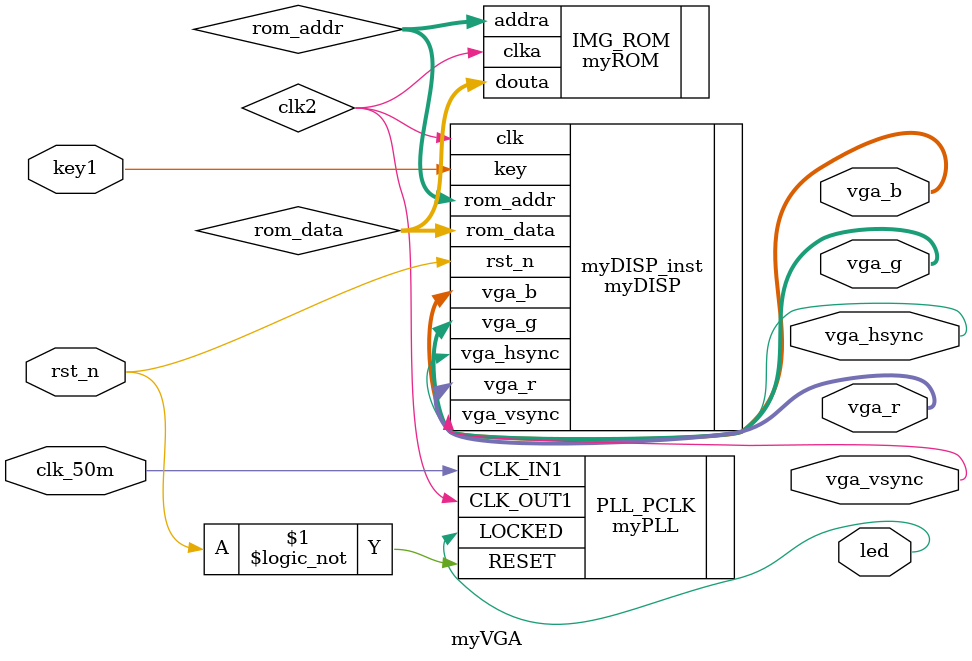
<source format=v>
`timescale 1ns / 1ps
module myVGA(
    input              clk_50m,
    input              rst_n,
    
    input              key1,
    
    output		[4:0]    vga_r,
    output		[5:0]    vga_g,
    output   	[4:0]    vga_b,
    
    output             vga_vsync,
    output             vga_hsync,
    output             led
	
    );
    
   wire [16:0]  rom_addr;
	wire [3:0]   rom_data;
	wire clk2;
    
	myDISP myDISP_inst(  //display module
		.clk              (clk2),
		.rst_n            (rst_n),
		.key              (key1),
		
		.vga_r            (vga_r),
		.vga_g            (vga_g),
		.vga_b            (vga_b),
		.vga_vsync        (vga_vsync),
		.vga_hsync        (vga_hsync),
		
		.rom_addr         (rom_addr), //output
		.rom_data         (rom_data)  //input
	
	);
	
	
	myROM IMG_ROM //image rom 400*300*4
	 (
	  .clka              (clk2),
     .addra             (rom_addr), // input 120000
     .douta             (rom_data)  // output 4-bit = 16 colors
   );
	
 
    myPLL PLL_PCLK //PLL module
   (// Clock in ports
    .CLK_IN1            (clk_50m),      // IN
    // Clock out ports
    .CLK_OUT1           (clk2),     // output 40.385MHz  800*600*60Hz
    //.CLK_OUT2           (clk2),     // 65.625MHz  1024*768*60Hz
    //.CLK_OUT3           (clk3),     // 25.000MHz  640*480*60Hz

    // Status and control signals
    .RESET              (!rst_n),    // IN
    .LOCKED             (led));      // OUT pll-locked
    // INST_TAG_END ------ End INSTANTIATION Template ---------
    

endmodule

</source>
